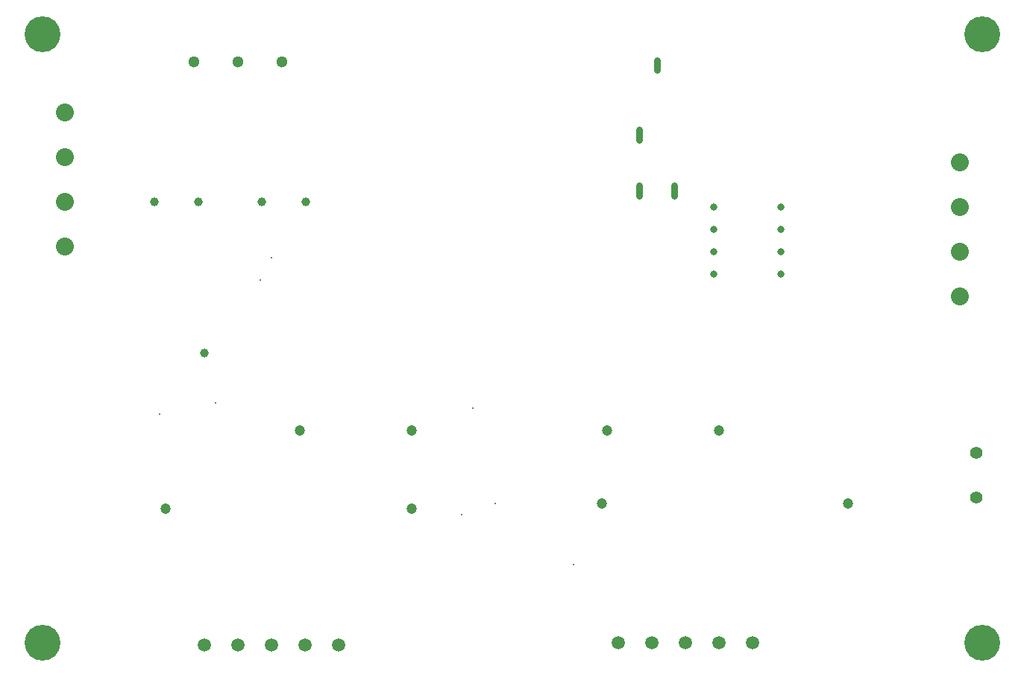
<source format=gbr>
%TF.GenerationSoftware,KiCad,Pcbnew,9.0.0*%
%TF.CreationDate,2025-04-04T13:00:52-06:00*%
%TF.ProjectId,High Power Class AB,48696768-2050-46f7-9765-7220436c6173,rev?*%
%TF.SameCoordinates,Original*%
%TF.FileFunction,Plated,1,2,PTH,Mixed*%
%TF.FilePolarity,Positive*%
%FSLAX46Y46*%
G04 Gerber Fmt 4.6, Leading zero omitted, Abs format (unit mm)*
G04 Created by KiCad (PCBNEW 9.0.0) date 2025-04-04 13:00:52*
%MOMM*%
%LPD*%
G01*
G04 APERTURE LIST*
%TA.AperFunction,ViaDrill*%
%ADD10C,0.300000*%
%TD*%
G04 aperture for slot hole*
%TA.AperFunction,ComponentDrill*%
%ADD11C,0.762000*%
%TD*%
%TA.AperFunction,ComponentDrill*%
%ADD12C,0.800000*%
%TD*%
%TA.AperFunction,ComponentDrill*%
%ADD13C,1.000000*%
%TD*%
%TA.AperFunction,ComponentDrill*%
%ADD14C,1.200000*%
%TD*%
%TA.AperFunction,ComponentDrill*%
%ADD15C,1.300000*%
%TD*%
%TA.AperFunction,ComponentDrill*%
%ADD16C,1.422400*%
%TD*%
%TA.AperFunction,ComponentDrill*%
%ADD17C,1.500000*%
%TD*%
%TA.AperFunction,ComponentDrill*%
%ADD18C,2.032000*%
%TD*%
%TA.AperFunction,ComponentDrill*%
%ADD19C,4.064000*%
%TD*%
G04 APERTURE END LIST*
D10*
X88900000Y-110490000D03*
X95250000Y-109220000D03*
X100330000Y-95250000D03*
X101600000Y-92710000D03*
X123190000Y-121920000D03*
X124460000Y-109855000D03*
X127000000Y-120650000D03*
X135890000Y-127635000D03*
D11*
%TO.C,J1*%
X143357600Y-78155800D02*
X143357600Y-79324200D01*
X143357600Y-84505800D02*
X143357600Y-85674200D01*
X145338800Y-70256400D02*
X145338800Y-71424800D01*
X147320000Y-84505800D02*
X147320000Y-85674200D01*
D12*
%TO.C,U2*%
X151765000Y-86995000D03*
X151765000Y-89535000D03*
X151765000Y-92075000D03*
X151765000Y-94615000D03*
X159385000Y-86995000D03*
X159385000Y-89535000D03*
X159385000Y-92075000D03*
X159385000Y-94615000D03*
D13*
%TO.C,C2*%
X88265000Y-86360000D03*
X93265000Y-86360000D03*
%TO.C,U1*%
X93980000Y-103570000D03*
%TO.C,C6*%
X100502323Y-86360000D03*
X105502323Y-86360000D03*
D14*
%TO.C,R7*%
X89535000Y-121285000D03*
%TO.C,D1*%
X104775000Y-112395000D03*
X117475000Y-112395000D03*
%TO.C,R7*%
X117475000Y-121285000D03*
%TO.C,R8*%
X139065000Y-120650000D03*
%TO.C,D2*%
X139700000Y-112395000D03*
X152400000Y-112395000D03*
%TO.C,R8*%
X167005000Y-120650000D03*
D15*
%TO.C,RV1*%
X92790000Y-70485000D03*
X97790000Y-70485000D03*
X102790000Y-70485000D03*
D16*
%TO.C,J3*%
X181610000Y-114935000D03*
X181610000Y-120015000D03*
D17*
%TO.C,Q2*%
X93980000Y-136735000D03*
X97790000Y-136735000D03*
X101600000Y-136735000D03*
X105410000Y-136735000D03*
X109220000Y-136735000D03*
%TO.C,Q3*%
X140970000Y-136525000D03*
X144780000Y-136525000D03*
X148590000Y-136525000D03*
X152400000Y-136525000D03*
X156210000Y-136525000D03*
D18*
%TO.C,J2*%
X78105000Y-76200000D03*
X78105000Y-81280000D03*
X78105000Y-86360000D03*
X78105000Y-91440000D03*
%TO.C,J4*%
X179705000Y-81915000D03*
X179705000Y-86995000D03*
X179705000Y-92075000D03*
X179705000Y-97155000D03*
D19*
%TO.C,REF\u002A\u002A*%
X75565000Y-67310000D03*
X75565000Y-136525000D03*
X182245000Y-67310000D03*
X182245000Y-136525000D03*
M02*

</source>
